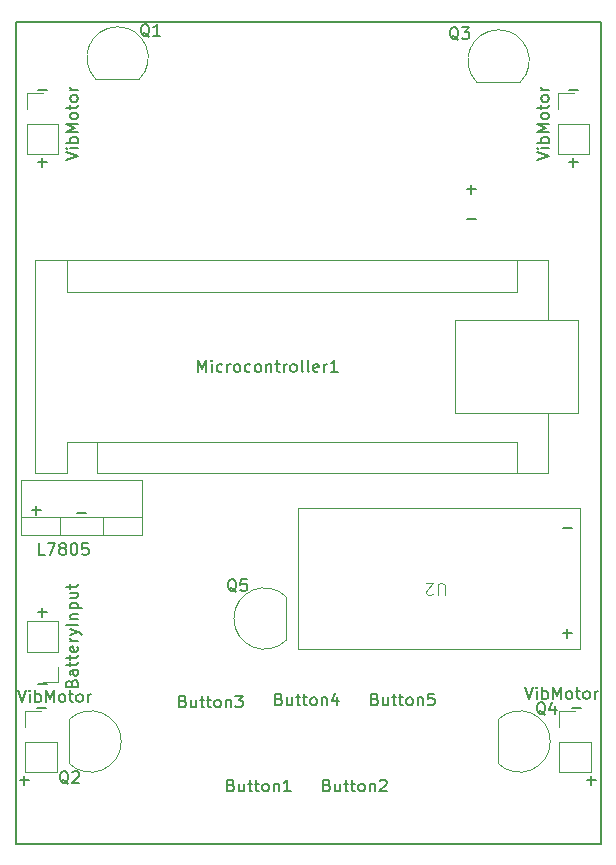
<source format=gbr>
%TF.GenerationSoftware,KiCad,Pcbnew,7.0.7*%
%TF.CreationDate,2025-03-26T10:17:06+05:30*%
%TF.ProjectId,VibAndHeat_Version1,56696241-6e64-4486-9561-745f56657273,rev?*%
%TF.SameCoordinates,Original*%
%TF.FileFunction,Legend,Top*%
%TF.FilePolarity,Positive*%
%FSLAX46Y46*%
G04 Gerber Fmt 4.6, Leading zero omitted, Abs format (unit mm)*
G04 Created by KiCad (PCBNEW 7.0.7) date 2025-03-26 10:17:06*
%MOMM*%
%LPD*%
G01*
G04 APERTURE LIST*
%ADD10C,0.150000*%
%ADD11C,0.100000*%
%ADD12C,0.120000*%
G04 APERTURE END LIST*
D10*
X114808000Y-64008000D02*
X164338000Y-64008000D01*
X164338000Y-133604000D01*
X114808000Y-133604000D01*
X114808000Y-64008000D01*
X161626779Y-69846866D02*
X162388684Y-69846866D01*
X152990779Y-80768866D02*
X153752684Y-80768866D01*
X161118779Y-106930866D02*
X161880684Y-106930866D01*
X161626779Y-75942866D02*
X162388684Y-75942866D01*
X162007731Y-76323819D02*
X162007731Y-75561914D01*
X116617779Y-122170866D02*
X117379684Y-122170866D01*
X119970779Y-105660866D02*
X120732684Y-105660866D01*
X115144779Y-128266866D02*
X115906684Y-128266866D01*
X115525731Y-128647819D02*
X115525731Y-127885914D01*
X116668779Y-120138866D02*
X117430684Y-120138866D01*
X163150779Y-128266866D02*
X163912684Y-128266866D01*
X163531731Y-128647819D02*
X163531731Y-127885914D01*
X116668779Y-69846866D02*
X117430684Y-69846866D01*
X116668779Y-114042866D02*
X117430684Y-114042866D01*
X117049731Y-114423819D02*
X117049731Y-113661914D01*
X161118779Y-115820866D02*
X161880684Y-115820866D01*
X161499731Y-116201819D02*
X161499731Y-115439914D01*
X116160779Y-105406866D02*
X116922684Y-105406866D01*
X116541731Y-105787819D02*
X116541731Y-105025914D01*
X116668779Y-75942866D02*
X117430684Y-75942866D01*
X117049731Y-76323819D02*
X117049731Y-75561914D01*
X161880779Y-122170866D02*
X162642684Y-122170866D01*
X152990779Y-78228866D02*
X153752684Y-78228866D01*
X153371731Y-78609819D02*
X153371731Y-77847914D01*
X119284761Y-128566057D02*
X119189523Y-128518438D01*
X119189523Y-128518438D02*
X119094285Y-128423200D01*
X119094285Y-128423200D02*
X118951428Y-128280342D01*
X118951428Y-128280342D02*
X118856190Y-128232723D01*
X118856190Y-128232723D02*
X118760952Y-128232723D01*
X118808571Y-128470819D02*
X118713333Y-128423200D01*
X118713333Y-128423200D02*
X118618095Y-128327961D01*
X118618095Y-128327961D02*
X118570476Y-128137485D01*
X118570476Y-128137485D02*
X118570476Y-127804152D01*
X118570476Y-127804152D02*
X118618095Y-127613676D01*
X118618095Y-127613676D02*
X118713333Y-127518438D01*
X118713333Y-127518438D02*
X118808571Y-127470819D01*
X118808571Y-127470819D02*
X118999047Y-127470819D01*
X118999047Y-127470819D02*
X119094285Y-127518438D01*
X119094285Y-127518438D02*
X119189523Y-127613676D01*
X119189523Y-127613676D02*
X119237142Y-127804152D01*
X119237142Y-127804152D02*
X119237142Y-128137485D01*
X119237142Y-128137485D02*
X119189523Y-128327961D01*
X119189523Y-128327961D02*
X119094285Y-128423200D01*
X119094285Y-128423200D02*
X118999047Y-128470819D01*
X118999047Y-128470819D02*
X118808571Y-128470819D01*
X119618095Y-127566057D02*
X119665714Y-127518438D01*
X119665714Y-127518438D02*
X119760952Y-127470819D01*
X119760952Y-127470819D02*
X119999047Y-127470819D01*
X119999047Y-127470819D02*
X120094285Y-127518438D01*
X120094285Y-127518438D02*
X120141904Y-127566057D01*
X120141904Y-127566057D02*
X120189523Y-127661295D01*
X120189523Y-127661295D02*
X120189523Y-127756533D01*
X120189523Y-127756533D02*
X120141904Y-127899390D01*
X120141904Y-127899390D02*
X119570476Y-128470819D01*
X119570476Y-128470819D02*
X120189523Y-128470819D01*
X158966819Y-75739237D02*
X159966819Y-75405904D01*
X159966819Y-75405904D02*
X158966819Y-75072571D01*
X159966819Y-74739237D02*
X159300152Y-74739237D01*
X158966819Y-74739237D02*
X159014438Y-74786856D01*
X159014438Y-74786856D02*
X159062057Y-74739237D01*
X159062057Y-74739237D02*
X159014438Y-74691618D01*
X159014438Y-74691618D02*
X158966819Y-74739237D01*
X158966819Y-74739237D02*
X159062057Y-74739237D01*
X159966819Y-74263047D02*
X158966819Y-74263047D01*
X159347771Y-74263047D02*
X159300152Y-74167809D01*
X159300152Y-74167809D02*
X159300152Y-73977333D01*
X159300152Y-73977333D02*
X159347771Y-73882095D01*
X159347771Y-73882095D02*
X159395390Y-73834476D01*
X159395390Y-73834476D02*
X159490628Y-73786857D01*
X159490628Y-73786857D02*
X159776342Y-73786857D01*
X159776342Y-73786857D02*
X159871580Y-73834476D01*
X159871580Y-73834476D02*
X159919200Y-73882095D01*
X159919200Y-73882095D02*
X159966819Y-73977333D01*
X159966819Y-73977333D02*
X159966819Y-74167809D01*
X159966819Y-74167809D02*
X159919200Y-74263047D01*
X159966819Y-73358285D02*
X158966819Y-73358285D01*
X158966819Y-73358285D02*
X159681104Y-73024952D01*
X159681104Y-73024952D02*
X158966819Y-72691619D01*
X158966819Y-72691619D02*
X159966819Y-72691619D01*
X159966819Y-72072571D02*
X159919200Y-72167809D01*
X159919200Y-72167809D02*
X159871580Y-72215428D01*
X159871580Y-72215428D02*
X159776342Y-72263047D01*
X159776342Y-72263047D02*
X159490628Y-72263047D01*
X159490628Y-72263047D02*
X159395390Y-72215428D01*
X159395390Y-72215428D02*
X159347771Y-72167809D01*
X159347771Y-72167809D02*
X159300152Y-72072571D01*
X159300152Y-72072571D02*
X159300152Y-71929714D01*
X159300152Y-71929714D02*
X159347771Y-71834476D01*
X159347771Y-71834476D02*
X159395390Y-71786857D01*
X159395390Y-71786857D02*
X159490628Y-71739238D01*
X159490628Y-71739238D02*
X159776342Y-71739238D01*
X159776342Y-71739238D02*
X159871580Y-71786857D01*
X159871580Y-71786857D02*
X159919200Y-71834476D01*
X159919200Y-71834476D02*
X159966819Y-71929714D01*
X159966819Y-71929714D02*
X159966819Y-72072571D01*
X159300152Y-71453523D02*
X159300152Y-71072571D01*
X158966819Y-71310666D02*
X159823961Y-71310666D01*
X159823961Y-71310666D02*
X159919200Y-71263047D01*
X159919200Y-71263047D02*
X159966819Y-71167809D01*
X159966819Y-71167809D02*
X159966819Y-71072571D01*
X159966819Y-70596380D02*
X159919200Y-70691618D01*
X159919200Y-70691618D02*
X159871580Y-70739237D01*
X159871580Y-70739237D02*
X159776342Y-70786856D01*
X159776342Y-70786856D02*
X159490628Y-70786856D01*
X159490628Y-70786856D02*
X159395390Y-70739237D01*
X159395390Y-70739237D02*
X159347771Y-70691618D01*
X159347771Y-70691618D02*
X159300152Y-70596380D01*
X159300152Y-70596380D02*
X159300152Y-70453523D01*
X159300152Y-70453523D02*
X159347771Y-70358285D01*
X159347771Y-70358285D02*
X159395390Y-70310666D01*
X159395390Y-70310666D02*
X159490628Y-70263047D01*
X159490628Y-70263047D02*
X159776342Y-70263047D01*
X159776342Y-70263047D02*
X159871580Y-70310666D01*
X159871580Y-70310666D02*
X159919200Y-70358285D01*
X159919200Y-70358285D02*
X159966819Y-70453523D01*
X159966819Y-70453523D02*
X159966819Y-70596380D01*
X159966819Y-69834475D02*
X159300152Y-69834475D01*
X159490628Y-69834475D02*
X159395390Y-69786856D01*
X159395390Y-69786856D02*
X159347771Y-69739237D01*
X159347771Y-69739237D02*
X159300152Y-69643999D01*
X159300152Y-69643999D02*
X159300152Y-69548761D01*
X130263046Y-93672819D02*
X130263046Y-92672819D01*
X130263046Y-92672819D02*
X130596379Y-93387104D01*
X130596379Y-93387104D02*
X130929712Y-92672819D01*
X130929712Y-92672819D02*
X130929712Y-93672819D01*
X131405903Y-93672819D02*
X131405903Y-93006152D01*
X131405903Y-92672819D02*
X131358284Y-92720438D01*
X131358284Y-92720438D02*
X131405903Y-92768057D01*
X131405903Y-92768057D02*
X131453522Y-92720438D01*
X131453522Y-92720438D02*
X131405903Y-92672819D01*
X131405903Y-92672819D02*
X131405903Y-92768057D01*
X132310664Y-93625200D02*
X132215426Y-93672819D01*
X132215426Y-93672819D02*
X132024950Y-93672819D01*
X132024950Y-93672819D02*
X131929712Y-93625200D01*
X131929712Y-93625200D02*
X131882093Y-93577580D01*
X131882093Y-93577580D02*
X131834474Y-93482342D01*
X131834474Y-93482342D02*
X131834474Y-93196628D01*
X131834474Y-93196628D02*
X131882093Y-93101390D01*
X131882093Y-93101390D02*
X131929712Y-93053771D01*
X131929712Y-93053771D02*
X132024950Y-93006152D01*
X132024950Y-93006152D02*
X132215426Y-93006152D01*
X132215426Y-93006152D02*
X132310664Y-93053771D01*
X132739236Y-93672819D02*
X132739236Y-93006152D01*
X132739236Y-93196628D02*
X132786855Y-93101390D01*
X132786855Y-93101390D02*
X132834474Y-93053771D01*
X132834474Y-93053771D02*
X132929712Y-93006152D01*
X132929712Y-93006152D02*
X133024950Y-93006152D01*
X133501141Y-93672819D02*
X133405903Y-93625200D01*
X133405903Y-93625200D02*
X133358284Y-93577580D01*
X133358284Y-93577580D02*
X133310665Y-93482342D01*
X133310665Y-93482342D02*
X133310665Y-93196628D01*
X133310665Y-93196628D02*
X133358284Y-93101390D01*
X133358284Y-93101390D02*
X133405903Y-93053771D01*
X133405903Y-93053771D02*
X133501141Y-93006152D01*
X133501141Y-93006152D02*
X133643998Y-93006152D01*
X133643998Y-93006152D02*
X133739236Y-93053771D01*
X133739236Y-93053771D02*
X133786855Y-93101390D01*
X133786855Y-93101390D02*
X133834474Y-93196628D01*
X133834474Y-93196628D02*
X133834474Y-93482342D01*
X133834474Y-93482342D02*
X133786855Y-93577580D01*
X133786855Y-93577580D02*
X133739236Y-93625200D01*
X133739236Y-93625200D02*
X133643998Y-93672819D01*
X133643998Y-93672819D02*
X133501141Y-93672819D01*
X134691617Y-93625200D02*
X134596379Y-93672819D01*
X134596379Y-93672819D02*
X134405903Y-93672819D01*
X134405903Y-93672819D02*
X134310665Y-93625200D01*
X134310665Y-93625200D02*
X134263046Y-93577580D01*
X134263046Y-93577580D02*
X134215427Y-93482342D01*
X134215427Y-93482342D02*
X134215427Y-93196628D01*
X134215427Y-93196628D02*
X134263046Y-93101390D01*
X134263046Y-93101390D02*
X134310665Y-93053771D01*
X134310665Y-93053771D02*
X134405903Y-93006152D01*
X134405903Y-93006152D02*
X134596379Y-93006152D01*
X134596379Y-93006152D02*
X134691617Y-93053771D01*
X135263046Y-93672819D02*
X135167808Y-93625200D01*
X135167808Y-93625200D02*
X135120189Y-93577580D01*
X135120189Y-93577580D02*
X135072570Y-93482342D01*
X135072570Y-93482342D02*
X135072570Y-93196628D01*
X135072570Y-93196628D02*
X135120189Y-93101390D01*
X135120189Y-93101390D02*
X135167808Y-93053771D01*
X135167808Y-93053771D02*
X135263046Y-93006152D01*
X135263046Y-93006152D02*
X135405903Y-93006152D01*
X135405903Y-93006152D02*
X135501141Y-93053771D01*
X135501141Y-93053771D02*
X135548760Y-93101390D01*
X135548760Y-93101390D02*
X135596379Y-93196628D01*
X135596379Y-93196628D02*
X135596379Y-93482342D01*
X135596379Y-93482342D02*
X135548760Y-93577580D01*
X135548760Y-93577580D02*
X135501141Y-93625200D01*
X135501141Y-93625200D02*
X135405903Y-93672819D01*
X135405903Y-93672819D02*
X135263046Y-93672819D01*
X136024951Y-93006152D02*
X136024951Y-93672819D01*
X136024951Y-93101390D02*
X136072570Y-93053771D01*
X136072570Y-93053771D02*
X136167808Y-93006152D01*
X136167808Y-93006152D02*
X136310665Y-93006152D01*
X136310665Y-93006152D02*
X136405903Y-93053771D01*
X136405903Y-93053771D02*
X136453522Y-93149009D01*
X136453522Y-93149009D02*
X136453522Y-93672819D01*
X136786856Y-93006152D02*
X137167808Y-93006152D01*
X136929713Y-92672819D02*
X136929713Y-93529961D01*
X136929713Y-93529961D02*
X136977332Y-93625200D01*
X136977332Y-93625200D02*
X137072570Y-93672819D01*
X137072570Y-93672819D02*
X137167808Y-93672819D01*
X137501142Y-93672819D02*
X137501142Y-93006152D01*
X137501142Y-93196628D02*
X137548761Y-93101390D01*
X137548761Y-93101390D02*
X137596380Y-93053771D01*
X137596380Y-93053771D02*
X137691618Y-93006152D01*
X137691618Y-93006152D02*
X137786856Y-93006152D01*
X138263047Y-93672819D02*
X138167809Y-93625200D01*
X138167809Y-93625200D02*
X138120190Y-93577580D01*
X138120190Y-93577580D02*
X138072571Y-93482342D01*
X138072571Y-93482342D02*
X138072571Y-93196628D01*
X138072571Y-93196628D02*
X138120190Y-93101390D01*
X138120190Y-93101390D02*
X138167809Y-93053771D01*
X138167809Y-93053771D02*
X138263047Y-93006152D01*
X138263047Y-93006152D02*
X138405904Y-93006152D01*
X138405904Y-93006152D02*
X138501142Y-93053771D01*
X138501142Y-93053771D02*
X138548761Y-93101390D01*
X138548761Y-93101390D02*
X138596380Y-93196628D01*
X138596380Y-93196628D02*
X138596380Y-93482342D01*
X138596380Y-93482342D02*
X138548761Y-93577580D01*
X138548761Y-93577580D02*
X138501142Y-93625200D01*
X138501142Y-93625200D02*
X138405904Y-93672819D01*
X138405904Y-93672819D02*
X138263047Y-93672819D01*
X139167809Y-93672819D02*
X139072571Y-93625200D01*
X139072571Y-93625200D02*
X139024952Y-93529961D01*
X139024952Y-93529961D02*
X139024952Y-92672819D01*
X139691619Y-93672819D02*
X139596381Y-93625200D01*
X139596381Y-93625200D02*
X139548762Y-93529961D01*
X139548762Y-93529961D02*
X139548762Y-92672819D01*
X140453524Y-93625200D02*
X140358286Y-93672819D01*
X140358286Y-93672819D02*
X140167810Y-93672819D01*
X140167810Y-93672819D02*
X140072572Y-93625200D01*
X140072572Y-93625200D02*
X140024953Y-93529961D01*
X140024953Y-93529961D02*
X140024953Y-93149009D01*
X140024953Y-93149009D02*
X140072572Y-93053771D01*
X140072572Y-93053771D02*
X140167810Y-93006152D01*
X140167810Y-93006152D02*
X140358286Y-93006152D01*
X140358286Y-93006152D02*
X140453524Y-93053771D01*
X140453524Y-93053771D02*
X140501143Y-93149009D01*
X140501143Y-93149009D02*
X140501143Y-93244247D01*
X140501143Y-93244247D02*
X140024953Y-93339485D01*
X140929715Y-93672819D02*
X140929715Y-93006152D01*
X140929715Y-93196628D02*
X140977334Y-93101390D01*
X140977334Y-93101390D02*
X141024953Y-93053771D01*
X141024953Y-93053771D02*
X141120191Y-93006152D01*
X141120191Y-93006152D02*
X141215429Y-93006152D01*
X142072572Y-93672819D02*
X141501144Y-93672819D01*
X141786858Y-93672819D02*
X141786858Y-92672819D01*
X141786858Y-92672819D02*
X141691620Y-92815676D01*
X141691620Y-92815676D02*
X141596382Y-92910914D01*
X141596382Y-92910914D02*
X141501144Y-92958533D01*
X119088819Y-75739237D02*
X120088819Y-75405904D01*
X120088819Y-75405904D02*
X119088819Y-75072571D01*
X120088819Y-74739237D02*
X119422152Y-74739237D01*
X119088819Y-74739237D02*
X119136438Y-74786856D01*
X119136438Y-74786856D02*
X119184057Y-74739237D01*
X119184057Y-74739237D02*
X119136438Y-74691618D01*
X119136438Y-74691618D02*
X119088819Y-74739237D01*
X119088819Y-74739237D02*
X119184057Y-74739237D01*
X120088819Y-74263047D02*
X119088819Y-74263047D01*
X119469771Y-74263047D02*
X119422152Y-74167809D01*
X119422152Y-74167809D02*
X119422152Y-73977333D01*
X119422152Y-73977333D02*
X119469771Y-73882095D01*
X119469771Y-73882095D02*
X119517390Y-73834476D01*
X119517390Y-73834476D02*
X119612628Y-73786857D01*
X119612628Y-73786857D02*
X119898342Y-73786857D01*
X119898342Y-73786857D02*
X119993580Y-73834476D01*
X119993580Y-73834476D02*
X120041200Y-73882095D01*
X120041200Y-73882095D02*
X120088819Y-73977333D01*
X120088819Y-73977333D02*
X120088819Y-74167809D01*
X120088819Y-74167809D02*
X120041200Y-74263047D01*
X120088819Y-73358285D02*
X119088819Y-73358285D01*
X119088819Y-73358285D02*
X119803104Y-73024952D01*
X119803104Y-73024952D02*
X119088819Y-72691619D01*
X119088819Y-72691619D02*
X120088819Y-72691619D01*
X120088819Y-72072571D02*
X120041200Y-72167809D01*
X120041200Y-72167809D02*
X119993580Y-72215428D01*
X119993580Y-72215428D02*
X119898342Y-72263047D01*
X119898342Y-72263047D02*
X119612628Y-72263047D01*
X119612628Y-72263047D02*
X119517390Y-72215428D01*
X119517390Y-72215428D02*
X119469771Y-72167809D01*
X119469771Y-72167809D02*
X119422152Y-72072571D01*
X119422152Y-72072571D02*
X119422152Y-71929714D01*
X119422152Y-71929714D02*
X119469771Y-71834476D01*
X119469771Y-71834476D02*
X119517390Y-71786857D01*
X119517390Y-71786857D02*
X119612628Y-71739238D01*
X119612628Y-71739238D02*
X119898342Y-71739238D01*
X119898342Y-71739238D02*
X119993580Y-71786857D01*
X119993580Y-71786857D02*
X120041200Y-71834476D01*
X120041200Y-71834476D02*
X120088819Y-71929714D01*
X120088819Y-71929714D02*
X120088819Y-72072571D01*
X119422152Y-71453523D02*
X119422152Y-71072571D01*
X119088819Y-71310666D02*
X119945961Y-71310666D01*
X119945961Y-71310666D02*
X120041200Y-71263047D01*
X120041200Y-71263047D02*
X120088819Y-71167809D01*
X120088819Y-71167809D02*
X120088819Y-71072571D01*
X120088819Y-70596380D02*
X120041200Y-70691618D01*
X120041200Y-70691618D02*
X119993580Y-70739237D01*
X119993580Y-70739237D02*
X119898342Y-70786856D01*
X119898342Y-70786856D02*
X119612628Y-70786856D01*
X119612628Y-70786856D02*
X119517390Y-70739237D01*
X119517390Y-70739237D02*
X119469771Y-70691618D01*
X119469771Y-70691618D02*
X119422152Y-70596380D01*
X119422152Y-70596380D02*
X119422152Y-70453523D01*
X119422152Y-70453523D02*
X119469771Y-70358285D01*
X119469771Y-70358285D02*
X119517390Y-70310666D01*
X119517390Y-70310666D02*
X119612628Y-70263047D01*
X119612628Y-70263047D02*
X119898342Y-70263047D01*
X119898342Y-70263047D02*
X119993580Y-70310666D01*
X119993580Y-70310666D02*
X120041200Y-70358285D01*
X120041200Y-70358285D02*
X120088819Y-70453523D01*
X120088819Y-70453523D02*
X120088819Y-70596380D01*
X120088819Y-69834475D02*
X119422152Y-69834475D01*
X119612628Y-69834475D02*
X119517390Y-69786856D01*
X119517390Y-69786856D02*
X119469771Y-69739237D01*
X119469771Y-69739237D02*
X119422152Y-69643999D01*
X119422152Y-69643999D02*
X119422152Y-69548761D01*
X126142761Y-65320057D02*
X126047523Y-65272438D01*
X126047523Y-65272438D02*
X125952285Y-65177200D01*
X125952285Y-65177200D02*
X125809428Y-65034342D01*
X125809428Y-65034342D02*
X125714190Y-64986723D01*
X125714190Y-64986723D02*
X125618952Y-64986723D01*
X125666571Y-65224819D02*
X125571333Y-65177200D01*
X125571333Y-65177200D02*
X125476095Y-65081961D01*
X125476095Y-65081961D02*
X125428476Y-64891485D01*
X125428476Y-64891485D02*
X125428476Y-64558152D01*
X125428476Y-64558152D02*
X125476095Y-64367676D01*
X125476095Y-64367676D02*
X125571333Y-64272438D01*
X125571333Y-64272438D02*
X125666571Y-64224819D01*
X125666571Y-64224819D02*
X125857047Y-64224819D01*
X125857047Y-64224819D02*
X125952285Y-64272438D01*
X125952285Y-64272438D02*
X126047523Y-64367676D01*
X126047523Y-64367676D02*
X126095142Y-64558152D01*
X126095142Y-64558152D02*
X126095142Y-64891485D01*
X126095142Y-64891485D02*
X126047523Y-65081961D01*
X126047523Y-65081961D02*
X125952285Y-65177200D01*
X125952285Y-65177200D02*
X125857047Y-65224819D01*
X125857047Y-65224819D02*
X125666571Y-65224819D01*
X127047523Y-65224819D02*
X126476095Y-65224819D01*
X126761809Y-65224819D02*
X126761809Y-64224819D01*
X126761809Y-64224819D02*
X126666571Y-64367676D01*
X126666571Y-64367676D02*
X126571333Y-64462914D01*
X126571333Y-64462914D02*
X126476095Y-64510533D01*
X119565009Y-120030381D02*
X119612628Y-119887524D01*
X119612628Y-119887524D02*
X119660247Y-119839905D01*
X119660247Y-119839905D02*
X119755485Y-119792286D01*
X119755485Y-119792286D02*
X119898342Y-119792286D01*
X119898342Y-119792286D02*
X119993580Y-119839905D01*
X119993580Y-119839905D02*
X120041200Y-119887524D01*
X120041200Y-119887524D02*
X120088819Y-119982762D01*
X120088819Y-119982762D02*
X120088819Y-120363714D01*
X120088819Y-120363714D02*
X119088819Y-120363714D01*
X119088819Y-120363714D02*
X119088819Y-120030381D01*
X119088819Y-120030381D02*
X119136438Y-119935143D01*
X119136438Y-119935143D02*
X119184057Y-119887524D01*
X119184057Y-119887524D02*
X119279295Y-119839905D01*
X119279295Y-119839905D02*
X119374533Y-119839905D01*
X119374533Y-119839905D02*
X119469771Y-119887524D01*
X119469771Y-119887524D02*
X119517390Y-119935143D01*
X119517390Y-119935143D02*
X119565009Y-120030381D01*
X119565009Y-120030381D02*
X119565009Y-120363714D01*
X120088819Y-118935143D02*
X119565009Y-118935143D01*
X119565009Y-118935143D02*
X119469771Y-118982762D01*
X119469771Y-118982762D02*
X119422152Y-119078000D01*
X119422152Y-119078000D02*
X119422152Y-119268476D01*
X119422152Y-119268476D02*
X119469771Y-119363714D01*
X120041200Y-118935143D02*
X120088819Y-119030381D01*
X120088819Y-119030381D02*
X120088819Y-119268476D01*
X120088819Y-119268476D02*
X120041200Y-119363714D01*
X120041200Y-119363714D02*
X119945961Y-119411333D01*
X119945961Y-119411333D02*
X119850723Y-119411333D01*
X119850723Y-119411333D02*
X119755485Y-119363714D01*
X119755485Y-119363714D02*
X119707866Y-119268476D01*
X119707866Y-119268476D02*
X119707866Y-119030381D01*
X119707866Y-119030381D02*
X119660247Y-118935143D01*
X119422152Y-118601809D02*
X119422152Y-118220857D01*
X119088819Y-118458952D02*
X119945961Y-118458952D01*
X119945961Y-118458952D02*
X120041200Y-118411333D01*
X120041200Y-118411333D02*
X120088819Y-118316095D01*
X120088819Y-118316095D02*
X120088819Y-118220857D01*
X119422152Y-118030380D02*
X119422152Y-117649428D01*
X119088819Y-117887523D02*
X119945961Y-117887523D01*
X119945961Y-117887523D02*
X120041200Y-117839904D01*
X120041200Y-117839904D02*
X120088819Y-117744666D01*
X120088819Y-117744666D02*
X120088819Y-117649428D01*
X120041200Y-116935142D02*
X120088819Y-117030380D01*
X120088819Y-117030380D02*
X120088819Y-117220856D01*
X120088819Y-117220856D02*
X120041200Y-117316094D01*
X120041200Y-117316094D02*
X119945961Y-117363713D01*
X119945961Y-117363713D02*
X119565009Y-117363713D01*
X119565009Y-117363713D02*
X119469771Y-117316094D01*
X119469771Y-117316094D02*
X119422152Y-117220856D01*
X119422152Y-117220856D02*
X119422152Y-117030380D01*
X119422152Y-117030380D02*
X119469771Y-116935142D01*
X119469771Y-116935142D02*
X119565009Y-116887523D01*
X119565009Y-116887523D02*
X119660247Y-116887523D01*
X119660247Y-116887523D02*
X119755485Y-117363713D01*
X120088819Y-116458951D02*
X119422152Y-116458951D01*
X119612628Y-116458951D02*
X119517390Y-116411332D01*
X119517390Y-116411332D02*
X119469771Y-116363713D01*
X119469771Y-116363713D02*
X119422152Y-116268475D01*
X119422152Y-116268475D02*
X119422152Y-116173237D01*
X119422152Y-115935141D02*
X120088819Y-115697046D01*
X119422152Y-115458951D02*
X120088819Y-115697046D01*
X120088819Y-115697046D02*
X120326914Y-115792284D01*
X120326914Y-115792284D02*
X120374533Y-115839903D01*
X120374533Y-115839903D02*
X120422152Y-115935141D01*
X120088819Y-115077998D02*
X119088819Y-115077998D01*
X119422152Y-114601808D02*
X120088819Y-114601808D01*
X119517390Y-114601808D02*
X119469771Y-114554189D01*
X119469771Y-114554189D02*
X119422152Y-114458951D01*
X119422152Y-114458951D02*
X119422152Y-114316094D01*
X119422152Y-114316094D02*
X119469771Y-114220856D01*
X119469771Y-114220856D02*
X119565009Y-114173237D01*
X119565009Y-114173237D02*
X120088819Y-114173237D01*
X119422152Y-113697046D02*
X120422152Y-113697046D01*
X119469771Y-113697046D02*
X119422152Y-113601808D01*
X119422152Y-113601808D02*
X119422152Y-113411332D01*
X119422152Y-113411332D02*
X119469771Y-113316094D01*
X119469771Y-113316094D02*
X119517390Y-113268475D01*
X119517390Y-113268475D02*
X119612628Y-113220856D01*
X119612628Y-113220856D02*
X119898342Y-113220856D01*
X119898342Y-113220856D02*
X119993580Y-113268475D01*
X119993580Y-113268475D02*
X120041200Y-113316094D01*
X120041200Y-113316094D02*
X120088819Y-113411332D01*
X120088819Y-113411332D02*
X120088819Y-113601808D01*
X120088819Y-113601808D02*
X120041200Y-113697046D01*
X119422152Y-112363713D02*
X120088819Y-112363713D01*
X119422152Y-112792284D02*
X119945961Y-112792284D01*
X119945961Y-112792284D02*
X120041200Y-112744665D01*
X120041200Y-112744665D02*
X120088819Y-112649427D01*
X120088819Y-112649427D02*
X120088819Y-112506570D01*
X120088819Y-112506570D02*
X120041200Y-112411332D01*
X120041200Y-112411332D02*
X119993580Y-112363713D01*
X119422152Y-112030379D02*
X119422152Y-111649427D01*
X119088819Y-111887522D02*
X119945961Y-111887522D01*
X119945961Y-111887522D02*
X120041200Y-111839903D01*
X120041200Y-111839903D02*
X120088819Y-111744665D01*
X120088819Y-111744665D02*
X120088819Y-111649427D01*
X133508761Y-112310057D02*
X133413523Y-112262438D01*
X133413523Y-112262438D02*
X133318285Y-112167200D01*
X133318285Y-112167200D02*
X133175428Y-112024342D01*
X133175428Y-112024342D02*
X133080190Y-111976723D01*
X133080190Y-111976723D02*
X132984952Y-111976723D01*
X133032571Y-112214819D02*
X132937333Y-112167200D01*
X132937333Y-112167200D02*
X132842095Y-112071961D01*
X132842095Y-112071961D02*
X132794476Y-111881485D01*
X132794476Y-111881485D02*
X132794476Y-111548152D01*
X132794476Y-111548152D02*
X132842095Y-111357676D01*
X132842095Y-111357676D02*
X132937333Y-111262438D01*
X132937333Y-111262438D02*
X133032571Y-111214819D01*
X133032571Y-111214819D02*
X133223047Y-111214819D01*
X133223047Y-111214819D02*
X133318285Y-111262438D01*
X133318285Y-111262438D02*
X133413523Y-111357676D01*
X133413523Y-111357676D02*
X133461142Y-111548152D01*
X133461142Y-111548152D02*
X133461142Y-111881485D01*
X133461142Y-111881485D02*
X133413523Y-112071961D01*
X133413523Y-112071961D02*
X133318285Y-112167200D01*
X133318285Y-112167200D02*
X133223047Y-112214819D01*
X133223047Y-112214819D02*
X133032571Y-112214819D01*
X134365904Y-111214819D02*
X133889714Y-111214819D01*
X133889714Y-111214819D02*
X133842095Y-111691009D01*
X133842095Y-111691009D02*
X133889714Y-111643390D01*
X133889714Y-111643390D02*
X133984952Y-111595771D01*
X133984952Y-111595771D02*
X134223047Y-111595771D01*
X134223047Y-111595771D02*
X134318285Y-111643390D01*
X134318285Y-111643390D02*
X134365904Y-111691009D01*
X134365904Y-111691009D02*
X134413523Y-111786247D01*
X134413523Y-111786247D02*
X134413523Y-112024342D01*
X134413523Y-112024342D02*
X134365904Y-112119580D01*
X134365904Y-112119580D02*
X134318285Y-112167200D01*
X134318285Y-112167200D02*
X134223047Y-112214819D01*
X134223047Y-112214819D02*
X133984952Y-112214819D01*
X133984952Y-112214819D02*
X133889714Y-112167200D01*
X133889714Y-112167200D02*
X133842095Y-112119580D01*
X152304761Y-65574057D02*
X152209523Y-65526438D01*
X152209523Y-65526438D02*
X152114285Y-65431200D01*
X152114285Y-65431200D02*
X151971428Y-65288342D01*
X151971428Y-65288342D02*
X151876190Y-65240723D01*
X151876190Y-65240723D02*
X151780952Y-65240723D01*
X151828571Y-65478819D02*
X151733333Y-65431200D01*
X151733333Y-65431200D02*
X151638095Y-65335961D01*
X151638095Y-65335961D02*
X151590476Y-65145485D01*
X151590476Y-65145485D02*
X151590476Y-64812152D01*
X151590476Y-64812152D02*
X151638095Y-64621676D01*
X151638095Y-64621676D02*
X151733333Y-64526438D01*
X151733333Y-64526438D02*
X151828571Y-64478819D01*
X151828571Y-64478819D02*
X152019047Y-64478819D01*
X152019047Y-64478819D02*
X152114285Y-64526438D01*
X152114285Y-64526438D02*
X152209523Y-64621676D01*
X152209523Y-64621676D02*
X152257142Y-64812152D01*
X152257142Y-64812152D02*
X152257142Y-65145485D01*
X152257142Y-65145485D02*
X152209523Y-65335961D01*
X152209523Y-65335961D02*
X152114285Y-65431200D01*
X152114285Y-65431200D02*
X152019047Y-65478819D01*
X152019047Y-65478819D02*
X151828571Y-65478819D01*
X152590476Y-64478819D02*
X153209523Y-64478819D01*
X153209523Y-64478819D02*
X152876190Y-64859771D01*
X152876190Y-64859771D02*
X153019047Y-64859771D01*
X153019047Y-64859771D02*
X153114285Y-64907390D01*
X153114285Y-64907390D02*
X153161904Y-64955009D01*
X153161904Y-64955009D02*
X153209523Y-65050247D01*
X153209523Y-65050247D02*
X153209523Y-65288342D01*
X153209523Y-65288342D02*
X153161904Y-65383580D01*
X153161904Y-65383580D02*
X153114285Y-65431200D01*
X153114285Y-65431200D02*
X153019047Y-65478819D01*
X153019047Y-65478819D02*
X152733333Y-65478819D01*
X152733333Y-65478819D02*
X152638095Y-65431200D01*
X152638095Y-65431200D02*
X152590476Y-65383580D01*
X117276761Y-109166819D02*
X116800571Y-109166819D01*
X116800571Y-109166819D02*
X116800571Y-108166819D01*
X117514857Y-108166819D02*
X118181523Y-108166819D01*
X118181523Y-108166819D02*
X117752952Y-109166819D01*
X118705333Y-108595390D02*
X118610095Y-108547771D01*
X118610095Y-108547771D02*
X118562476Y-108500152D01*
X118562476Y-108500152D02*
X118514857Y-108404914D01*
X118514857Y-108404914D02*
X118514857Y-108357295D01*
X118514857Y-108357295D02*
X118562476Y-108262057D01*
X118562476Y-108262057D02*
X118610095Y-108214438D01*
X118610095Y-108214438D02*
X118705333Y-108166819D01*
X118705333Y-108166819D02*
X118895809Y-108166819D01*
X118895809Y-108166819D02*
X118991047Y-108214438D01*
X118991047Y-108214438D02*
X119038666Y-108262057D01*
X119038666Y-108262057D02*
X119086285Y-108357295D01*
X119086285Y-108357295D02*
X119086285Y-108404914D01*
X119086285Y-108404914D02*
X119038666Y-108500152D01*
X119038666Y-108500152D02*
X118991047Y-108547771D01*
X118991047Y-108547771D02*
X118895809Y-108595390D01*
X118895809Y-108595390D02*
X118705333Y-108595390D01*
X118705333Y-108595390D02*
X118610095Y-108643009D01*
X118610095Y-108643009D02*
X118562476Y-108690628D01*
X118562476Y-108690628D02*
X118514857Y-108785866D01*
X118514857Y-108785866D02*
X118514857Y-108976342D01*
X118514857Y-108976342D02*
X118562476Y-109071580D01*
X118562476Y-109071580D02*
X118610095Y-109119200D01*
X118610095Y-109119200D02*
X118705333Y-109166819D01*
X118705333Y-109166819D02*
X118895809Y-109166819D01*
X118895809Y-109166819D02*
X118991047Y-109119200D01*
X118991047Y-109119200D02*
X119038666Y-109071580D01*
X119038666Y-109071580D02*
X119086285Y-108976342D01*
X119086285Y-108976342D02*
X119086285Y-108785866D01*
X119086285Y-108785866D02*
X119038666Y-108690628D01*
X119038666Y-108690628D02*
X118991047Y-108643009D01*
X118991047Y-108643009D02*
X118895809Y-108595390D01*
X119705333Y-108166819D02*
X119800571Y-108166819D01*
X119800571Y-108166819D02*
X119895809Y-108214438D01*
X119895809Y-108214438D02*
X119943428Y-108262057D01*
X119943428Y-108262057D02*
X119991047Y-108357295D01*
X119991047Y-108357295D02*
X120038666Y-108547771D01*
X120038666Y-108547771D02*
X120038666Y-108785866D01*
X120038666Y-108785866D02*
X119991047Y-108976342D01*
X119991047Y-108976342D02*
X119943428Y-109071580D01*
X119943428Y-109071580D02*
X119895809Y-109119200D01*
X119895809Y-109119200D02*
X119800571Y-109166819D01*
X119800571Y-109166819D02*
X119705333Y-109166819D01*
X119705333Y-109166819D02*
X119610095Y-109119200D01*
X119610095Y-109119200D02*
X119562476Y-109071580D01*
X119562476Y-109071580D02*
X119514857Y-108976342D01*
X119514857Y-108976342D02*
X119467238Y-108785866D01*
X119467238Y-108785866D02*
X119467238Y-108547771D01*
X119467238Y-108547771D02*
X119514857Y-108357295D01*
X119514857Y-108357295D02*
X119562476Y-108262057D01*
X119562476Y-108262057D02*
X119610095Y-108214438D01*
X119610095Y-108214438D02*
X119705333Y-108166819D01*
X120943428Y-108166819D02*
X120467238Y-108166819D01*
X120467238Y-108166819D02*
X120419619Y-108643009D01*
X120419619Y-108643009D02*
X120467238Y-108595390D01*
X120467238Y-108595390D02*
X120562476Y-108547771D01*
X120562476Y-108547771D02*
X120800571Y-108547771D01*
X120800571Y-108547771D02*
X120895809Y-108595390D01*
X120895809Y-108595390D02*
X120943428Y-108643009D01*
X120943428Y-108643009D02*
X120991047Y-108738247D01*
X120991047Y-108738247D02*
X120991047Y-108976342D01*
X120991047Y-108976342D02*
X120943428Y-109071580D01*
X120943428Y-109071580D02*
X120895809Y-109119200D01*
X120895809Y-109119200D02*
X120800571Y-109166819D01*
X120800571Y-109166819D02*
X120562476Y-109166819D01*
X120562476Y-109166819D02*
X120467238Y-109119200D01*
X120467238Y-109119200D02*
X120419619Y-109071580D01*
D11*
X151129904Y-112556580D02*
X151129904Y-111747057D01*
X151129904Y-111747057D02*
X151082285Y-111651819D01*
X151082285Y-111651819D02*
X151034666Y-111604200D01*
X151034666Y-111604200D02*
X150939428Y-111556580D01*
X150939428Y-111556580D02*
X150748952Y-111556580D01*
X150748952Y-111556580D02*
X150653714Y-111604200D01*
X150653714Y-111604200D02*
X150606095Y-111651819D01*
X150606095Y-111651819D02*
X150558476Y-111747057D01*
X150558476Y-111747057D02*
X150558476Y-112556580D01*
X150129904Y-112461342D02*
X150082285Y-112508961D01*
X150082285Y-112508961D02*
X149987047Y-112556580D01*
X149987047Y-112556580D02*
X149748952Y-112556580D01*
X149748952Y-112556580D02*
X149653714Y-112508961D01*
X149653714Y-112508961D02*
X149606095Y-112461342D01*
X149606095Y-112461342D02*
X149558476Y-112366104D01*
X149558476Y-112366104D02*
X149558476Y-112270866D01*
X149558476Y-112270866D02*
X149606095Y-112128009D01*
X149606095Y-112128009D02*
X150177523Y-111556580D01*
X150177523Y-111556580D02*
X149558476Y-111556580D01*
D10*
X157940762Y-120358819D02*
X158274095Y-121358819D01*
X158274095Y-121358819D02*
X158607428Y-120358819D01*
X158940762Y-121358819D02*
X158940762Y-120692152D01*
X158940762Y-120358819D02*
X158893143Y-120406438D01*
X158893143Y-120406438D02*
X158940762Y-120454057D01*
X158940762Y-120454057D02*
X158988381Y-120406438D01*
X158988381Y-120406438D02*
X158940762Y-120358819D01*
X158940762Y-120358819D02*
X158940762Y-120454057D01*
X159416952Y-121358819D02*
X159416952Y-120358819D01*
X159416952Y-120739771D02*
X159512190Y-120692152D01*
X159512190Y-120692152D02*
X159702666Y-120692152D01*
X159702666Y-120692152D02*
X159797904Y-120739771D01*
X159797904Y-120739771D02*
X159845523Y-120787390D01*
X159845523Y-120787390D02*
X159893142Y-120882628D01*
X159893142Y-120882628D02*
X159893142Y-121168342D01*
X159893142Y-121168342D02*
X159845523Y-121263580D01*
X159845523Y-121263580D02*
X159797904Y-121311200D01*
X159797904Y-121311200D02*
X159702666Y-121358819D01*
X159702666Y-121358819D02*
X159512190Y-121358819D01*
X159512190Y-121358819D02*
X159416952Y-121311200D01*
X160321714Y-121358819D02*
X160321714Y-120358819D01*
X160321714Y-120358819D02*
X160655047Y-121073104D01*
X160655047Y-121073104D02*
X160988380Y-120358819D01*
X160988380Y-120358819D02*
X160988380Y-121358819D01*
X161607428Y-121358819D02*
X161512190Y-121311200D01*
X161512190Y-121311200D02*
X161464571Y-121263580D01*
X161464571Y-121263580D02*
X161416952Y-121168342D01*
X161416952Y-121168342D02*
X161416952Y-120882628D01*
X161416952Y-120882628D02*
X161464571Y-120787390D01*
X161464571Y-120787390D02*
X161512190Y-120739771D01*
X161512190Y-120739771D02*
X161607428Y-120692152D01*
X161607428Y-120692152D02*
X161750285Y-120692152D01*
X161750285Y-120692152D02*
X161845523Y-120739771D01*
X161845523Y-120739771D02*
X161893142Y-120787390D01*
X161893142Y-120787390D02*
X161940761Y-120882628D01*
X161940761Y-120882628D02*
X161940761Y-121168342D01*
X161940761Y-121168342D02*
X161893142Y-121263580D01*
X161893142Y-121263580D02*
X161845523Y-121311200D01*
X161845523Y-121311200D02*
X161750285Y-121358819D01*
X161750285Y-121358819D02*
X161607428Y-121358819D01*
X162226476Y-120692152D02*
X162607428Y-120692152D01*
X162369333Y-120358819D02*
X162369333Y-121215961D01*
X162369333Y-121215961D02*
X162416952Y-121311200D01*
X162416952Y-121311200D02*
X162512190Y-121358819D01*
X162512190Y-121358819D02*
X162607428Y-121358819D01*
X163083619Y-121358819D02*
X162988381Y-121311200D01*
X162988381Y-121311200D02*
X162940762Y-121263580D01*
X162940762Y-121263580D02*
X162893143Y-121168342D01*
X162893143Y-121168342D02*
X162893143Y-120882628D01*
X162893143Y-120882628D02*
X162940762Y-120787390D01*
X162940762Y-120787390D02*
X162988381Y-120739771D01*
X162988381Y-120739771D02*
X163083619Y-120692152D01*
X163083619Y-120692152D02*
X163226476Y-120692152D01*
X163226476Y-120692152D02*
X163321714Y-120739771D01*
X163321714Y-120739771D02*
X163369333Y-120787390D01*
X163369333Y-120787390D02*
X163416952Y-120882628D01*
X163416952Y-120882628D02*
X163416952Y-121168342D01*
X163416952Y-121168342D02*
X163369333Y-121263580D01*
X163369333Y-121263580D02*
X163321714Y-121311200D01*
X163321714Y-121311200D02*
X163226476Y-121358819D01*
X163226476Y-121358819D02*
X163083619Y-121358819D01*
X163845524Y-121358819D02*
X163845524Y-120692152D01*
X163845524Y-120882628D02*
X163893143Y-120787390D01*
X163893143Y-120787390D02*
X163940762Y-120739771D01*
X163940762Y-120739771D02*
X164036000Y-120692152D01*
X164036000Y-120692152D02*
X164131238Y-120692152D01*
X115014762Y-120612819D02*
X115348095Y-121612819D01*
X115348095Y-121612819D02*
X115681428Y-120612819D01*
X116014762Y-121612819D02*
X116014762Y-120946152D01*
X116014762Y-120612819D02*
X115967143Y-120660438D01*
X115967143Y-120660438D02*
X116014762Y-120708057D01*
X116014762Y-120708057D02*
X116062381Y-120660438D01*
X116062381Y-120660438D02*
X116014762Y-120612819D01*
X116014762Y-120612819D02*
X116014762Y-120708057D01*
X116490952Y-121612819D02*
X116490952Y-120612819D01*
X116490952Y-120993771D02*
X116586190Y-120946152D01*
X116586190Y-120946152D02*
X116776666Y-120946152D01*
X116776666Y-120946152D02*
X116871904Y-120993771D01*
X116871904Y-120993771D02*
X116919523Y-121041390D01*
X116919523Y-121041390D02*
X116967142Y-121136628D01*
X116967142Y-121136628D02*
X116967142Y-121422342D01*
X116967142Y-121422342D02*
X116919523Y-121517580D01*
X116919523Y-121517580D02*
X116871904Y-121565200D01*
X116871904Y-121565200D02*
X116776666Y-121612819D01*
X116776666Y-121612819D02*
X116586190Y-121612819D01*
X116586190Y-121612819D02*
X116490952Y-121565200D01*
X117395714Y-121612819D02*
X117395714Y-120612819D01*
X117395714Y-120612819D02*
X117729047Y-121327104D01*
X117729047Y-121327104D02*
X118062380Y-120612819D01*
X118062380Y-120612819D02*
X118062380Y-121612819D01*
X118681428Y-121612819D02*
X118586190Y-121565200D01*
X118586190Y-121565200D02*
X118538571Y-121517580D01*
X118538571Y-121517580D02*
X118490952Y-121422342D01*
X118490952Y-121422342D02*
X118490952Y-121136628D01*
X118490952Y-121136628D02*
X118538571Y-121041390D01*
X118538571Y-121041390D02*
X118586190Y-120993771D01*
X118586190Y-120993771D02*
X118681428Y-120946152D01*
X118681428Y-120946152D02*
X118824285Y-120946152D01*
X118824285Y-120946152D02*
X118919523Y-120993771D01*
X118919523Y-120993771D02*
X118967142Y-121041390D01*
X118967142Y-121041390D02*
X119014761Y-121136628D01*
X119014761Y-121136628D02*
X119014761Y-121422342D01*
X119014761Y-121422342D02*
X118967142Y-121517580D01*
X118967142Y-121517580D02*
X118919523Y-121565200D01*
X118919523Y-121565200D02*
X118824285Y-121612819D01*
X118824285Y-121612819D02*
X118681428Y-121612819D01*
X119300476Y-120946152D02*
X119681428Y-120946152D01*
X119443333Y-120612819D02*
X119443333Y-121469961D01*
X119443333Y-121469961D02*
X119490952Y-121565200D01*
X119490952Y-121565200D02*
X119586190Y-121612819D01*
X119586190Y-121612819D02*
X119681428Y-121612819D01*
X120157619Y-121612819D02*
X120062381Y-121565200D01*
X120062381Y-121565200D02*
X120014762Y-121517580D01*
X120014762Y-121517580D02*
X119967143Y-121422342D01*
X119967143Y-121422342D02*
X119967143Y-121136628D01*
X119967143Y-121136628D02*
X120014762Y-121041390D01*
X120014762Y-121041390D02*
X120062381Y-120993771D01*
X120062381Y-120993771D02*
X120157619Y-120946152D01*
X120157619Y-120946152D02*
X120300476Y-120946152D01*
X120300476Y-120946152D02*
X120395714Y-120993771D01*
X120395714Y-120993771D02*
X120443333Y-121041390D01*
X120443333Y-121041390D02*
X120490952Y-121136628D01*
X120490952Y-121136628D02*
X120490952Y-121422342D01*
X120490952Y-121422342D02*
X120443333Y-121517580D01*
X120443333Y-121517580D02*
X120395714Y-121565200D01*
X120395714Y-121565200D02*
X120300476Y-121612819D01*
X120300476Y-121612819D02*
X120157619Y-121612819D01*
X120919524Y-121612819D02*
X120919524Y-120946152D01*
X120919524Y-121136628D02*
X120967143Y-121041390D01*
X120967143Y-121041390D02*
X121014762Y-120993771D01*
X121014762Y-120993771D02*
X121110000Y-120946152D01*
X121110000Y-120946152D02*
X121205238Y-120946152D01*
X159670761Y-122724057D02*
X159575523Y-122676438D01*
X159575523Y-122676438D02*
X159480285Y-122581200D01*
X159480285Y-122581200D02*
X159337428Y-122438342D01*
X159337428Y-122438342D02*
X159242190Y-122390723D01*
X159242190Y-122390723D02*
X159146952Y-122390723D01*
X159194571Y-122628819D02*
X159099333Y-122581200D01*
X159099333Y-122581200D02*
X159004095Y-122485961D01*
X159004095Y-122485961D02*
X158956476Y-122295485D01*
X158956476Y-122295485D02*
X158956476Y-121962152D01*
X158956476Y-121962152D02*
X159004095Y-121771676D01*
X159004095Y-121771676D02*
X159099333Y-121676438D01*
X159099333Y-121676438D02*
X159194571Y-121628819D01*
X159194571Y-121628819D02*
X159385047Y-121628819D01*
X159385047Y-121628819D02*
X159480285Y-121676438D01*
X159480285Y-121676438D02*
X159575523Y-121771676D01*
X159575523Y-121771676D02*
X159623142Y-121962152D01*
X159623142Y-121962152D02*
X159623142Y-122295485D01*
X159623142Y-122295485D02*
X159575523Y-122485961D01*
X159575523Y-122485961D02*
X159480285Y-122581200D01*
X159480285Y-122581200D02*
X159385047Y-122628819D01*
X159385047Y-122628819D02*
X159194571Y-122628819D01*
X160480285Y-121962152D02*
X160480285Y-122628819D01*
X160242190Y-121581200D02*
X160004095Y-122295485D01*
X160004095Y-122295485D02*
X160623142Y-122295485D01*
X145240666Y-121382009D02*
X145383523Y-121429628D01*
X145383523Y-121429628D02*
X145431142Y-121477247D01*
X145431142Y-121477247D02*
X145478761Y-121572485D01*
X145478761Y-121572485D02*
X145478761Y-121715342D01*
X145478761Y-121715342D02*
X145431142Y-121810580D01*
X145431142Y-121810580D02*
X145383523Y-121858200D01*
X145383523Y-121858200D02*
X145288285Y-121905819D01*
X145288285Y-121905819D02*
X144907333Y-121905819D01*
X144907333Y-121905819D02*
X144907333Y-120905819D01*
X144907333Y-120905819D02*
X145240666Y-120905819D01*
X145240666Y-120905819D02*
X145335904Y-120953438D01*
X145335904Y-120953438D02*
X145383523Y-121001057D01*
X145383523Y-121001057D02*
X145431142Y-121096295D01*
X145431142Y-121096295D02*
X145431142Y-121191533D01*
X145431142Y-121191533D02*
X145383523Y-121286771D01*
X145383523Y-121286771D02*
X145335904Y-121334390D01*
X145335904Y-121334390D02*
X145240666Y-121382009D01*
X145240666Y-121382009D02*
X144907333Y-121382009D01*
X146335904Y-121239152D02*
X146335904Y-121905819D01*
X145907333Y-121239152D02*
X145907333Y-121762961D01*
X145907333Y-121762961D02*
X145954952Y-121858200D01*
X145954952Y-121858200D02*
X146050190Y-121905819D01*
X146050190Y-121905819D02*
X146193047Y-121905819D01*
X146193047Y-121905819D02*
X146288285Y-121858200D01*
X146288285Y-121858200D02*
X146335904Y-121810580D01*
X146669238Y-121239152D02*
X147050190Y-121239152D01*
X146812095Y-120905819D02*
X146812095Y-121762961D01*
X146812095Y-121762961D02*
X146859714Y-121858200D01*
X146859714Y-121858200D02*
X146954952Y-121905819D01*
X146954952Y-121905819D02*
X147050190Y-121905819D01*
X147240667Y-121239152D02*
X147621619Y-121239152D01*
X147383524Y-120905819D02*
X147383524Y-121762961D01*
X147383524Y-121762961D02*
X147431143Y-121858200D01*
X147431143Y-121858200D02*
X147526381Y-121905819D01*
X147526381Y-121905819D02*
X147621619Y-121905819D01*
X148097810Y-121905819D02*
X148002572Y-121858200D01*
X148002572Y-121858200D02*
X147954953Y-121810580D01*
X147954953Y-121810580D02*
X147907334Y-121715342D01*
X147907334Y-121715342D02*
X147907334Y-121429628D01*
X147907334Y-121429628D02*
X147954953Y-121334390D01*
X147954953Y-121334390D02*
X148002572Y-121286771D01*
X148002572Y-121286771D02*
X148097810Y-121239152D01*
X148097810Y-121239152D02*
X148240667Y-121239152D01*
X148240667Y-121239152D02*
X148335905Y-121286771D01*
X148335905Y-121286771D02*
X148383524Y-121334390D01*
X148383524Y-121334390D02*
X148431143Y-121429628D01*
X148431143Y-121429628D02*
X148431143Y-121715342D01*
X148431143Y-121715342D02*
X148383524Y-121810580D01*
X148383524Y-121810580D02*
X148335905Y-121858200D01*
X148335905Y-121858200D02*
X148240667Y-121905819D01*
X148240667Y-121905819D02*
X148097810Y-121905819D01*
X148859715Y-121239152D02*
X148859715Y-121905819D01*
X148859715Y-121334390D02*
X148907334Y-121286771D01*
X148907334Y-121286771D02*
X149002572Y-121239152D01*
X149002572Y-121239152D02*
X149145429Y-121239152D01*
X149145429Y-121239152D02*
X149240667Y-121286771D01*
X149240667Y-121286771D02*
X149288286Y-121382009D01*
X149288286Y-121382009D02*
X149288286Y-121905819D01*
X150240667Y-120905819D02*
X149764477Y-120905819D01*
X149764477Y-120905819D02*
X149716858Y-121382009D01*
X149716858Y-121382009D02*
X149764477Y-121334390D01*
X149764477Y-121334390D02*
X149859715Y-121286771D01*
X149859715Y-121286771D02*
X150097810Y-121286771D01*
X150097810Y-121286771D02*
X150193048Y-121334390D01*
X150193048Y-121334390D02*
X150240667Y-121382009D01*
X150240667Y-121382009D02*
X150288286Y-121477247D01*
X150288286Y-121477247D02*
X150288286Y-121715342D01*
X150288286Y-121715342D02*
X150240667Y-121810580D01*
X150240667Y-121810580D02*
X150193048Y-121858200D01*
X150193048Y-121858200D02*
X150097810Y-121905819D01*
X150097810Y-121905819D02*
X149859715Y-121905819D01*
X149859715Y-121905819D02*
X149764477Y-121858200D01*
X149764477Y-121858200D02*
X149716858Y-121810580D01*
X141176666Y-128669009D02*
X141319523Y-128716628D01*
X141319523Y-128716628D02*
X141367142Y-128764247D01*
X141367142Y-128764247D02*
X141414761Y-128859485D01*
X141414761Y-128859485D02*
X141414761Y-129002342D01*
X141414761Y-129002342D02*
X141367142Y-129097580D01*
X141367142Y-129097580D02*
X141319523Y-129145200D01*
X141319523Y-129145200D02*
X141224285Y-129192819D01*
X141224285Y-129192819D02*
X140843333Y-129192819D01*
X140843333Y-129192819D02*
X140843333Y-128192819D01*
X140843333Y-128192819D02*
X141176666Y-128192819D01*
X141176666Y-128192819D02*
X141271904Y-128240438D01*
X141271904Y-128240438D02*
X141319523Y-128288057D01*
X141319523Y-128288057D02*
X141367142Y-128383295D01*
X141367142Y-128383295D02*
X141367142Y-128478533D01*
X141367142Y-128478533D02*
X141319523Y-128573771D01*
X141319523Y-128573771D02*
X141271904Y-128621390D01*
X141271904Y-128621390D02*
X141176666Y-128669009D01*
X141176666Y-128669009D02*
X140843333Y-128669009D01*
X142271904Y-128526152D02*
X142271904Y-129192819D01*
X141843333Y-128526152D02*
X141843333Y-129049961D01*
X141843333Y-129049961D02*
X141890952Y-129145200D01*
X141890952Y-129145200D02*
X141986190Y-129192819D01*
X141986190Y-129192819D02*
X142129047Y-129192819D01*
X142129047Y-129192819D02*
X142224285Y-129145200D01*
X142224285Y-129145200D02*
X142271904Y-129097580D01*
X142605238Y-128526152D02*
X142986190Y-128526152D01*
X142748095Y-128192819D02*
X142748095Y-129049961D01*
X142748095Y-129049961D02*
X142795714Y-129145200D01*
X142795714Y-129145200D02*
X142890952Y-129192819D01*
X142890952Y-129192819D02*
X142986190Y-129192819D01*
X143176667Y-128526152D02*
X143557619Y-128526152D01*
X143319524Y-128192819D02*
X143319524Y-129049961D01*
X143319524Y-129049961D02*
X143367143Y-129145200D01*
X143367143Y-129145200D02*
X143462381Y-129192819D01*
X143462381Y-129192819D02*
X143557619Y-129192819D01*
X144033810Y-129192819D02*
X143938572Y-129145200D01*
X143938572Y-129145200D02*
X143890953Y-129097580D01*
X143890953Y-129097580D02*
X143843334Y-129002342D01*
X143843334Y-129002342D02*
X143843334Y-128716628D01*
X143843334Y-128716628D02*
X143890953Y-128621390D01*
X143890953Y-128621390D02*
X143938572Y-128573771D01*
X143938572Y-128573771D02*
X144033810Y-128526152D01*
X144033810Y-128526152D02*
X144176667Y-128526152D01*
X144176667Y-128526152D02*
X144271905Y-128573771D01*
X144271905Y-128573771D02*
X144319524Y-128621390D01*
X144319524Y-128621390D02*
X144367143Y-128716628D01*
X144367143Y-128716628D02*
X144367143Y-129002342D01*
X144367143Y-129002342D02*
X144319524Y-129097580D01*
X144319524Y-129097580D02*
X144271905Y-129145200D01*
X144271905Y-129145200D02*
X144176667Y-129192819D01*
X144176667Y-129192819D02*
X144033810Y-129192819D01*
X144795715Y-128526152D02*
X144795715Y-129192819D01*
X144795715Y-128621390D02*
X144843334Y-128573771D01*
X144843334Y-128573771D02*
X144938572Y-128526152D01*
X144938572Y-128526152D02*
X145081429Y-128526152D01*
X145081429Y-128526152D02*
X145176667Y-128573771D01*
X145176667Y-128573771D02*
X145224286Y-128669009D01*
X145224286Y-128669009D02*
X145224286Y-129192819D01*
X145652858Y-128288057D02*
X145700477Y-128240438D01*
X145700477Y-128240438D02*
X145795715Y-128192819D01*
X145795715Y-128192819D02*
X146033810Y-128192819D01*
X146033810Y-128192819D02*
X146129048Y-128240438D01*
X146129048Y-128240438D02*
X146176667Y-128288057D01*
X146176667Y-128288057D02*
X146224286Y-128383295D01*
X146224286Y-128383295D02*
X146224286Y-128478533D01*
X146224286Y-128478533D02*
X146176667Y-128621390D01*
X146176667Y-128621390D02*
X145605239Y-129192819D01*
X145605239Y-129192819D02*
X146224286Y-129192819D01*
X137112666Y-121382009D02*
X137255523Y-121429628D01*
X137255523Y-121429628D02*
X137303142Y-121477247D01*
X137303142Y-121477247D02*
X137350761Y-121572485D01*
X137350761Y-121572485D02*
X137350761Y-121715342D01*
X137350761Y-121715342D02*
X137303142Y-121810580D01*
X137303142Y-121810580D02*
X137255523Y-121858200D01*
X137255523Y-121858200D02*
X137160285Y-121905819D01*
X137160285Y-121905819D02*
X136779333Y-121905819D01*
X136779333Y-121905819D02*
X136779333Y-120905819D01*
X136779333Y-120905819D02*
X137112666Y-120905819D01*
X137112666Y-120905819D02*
X137207904Y-120953438D01*
X137207904Y-120953438D02*
X137255523Y-121001057D01*
X137255523Y-121001057D02*
X137303142Y-121096295D01*
X137303142Y-121096295D02*
X137303142Y-121191533D01*
X137303142Y-121191533D02*
X137255523Y-121286771D01*
X137255523Y-121286771D02*
X137207904Y-121334390D01*
X137207904Y-121334390D02*
X137112666Y-121382009D01*
X137112666Y-121382009D02*
X136779333Y-121382009D01*
X138207904Y-121239152D02*
X138207904Y-121905819D01*
X137779333Y-121239152D02*
X137779333Y-121762961D01*
X137779333Y-121762961D02*
X137826952Y-121858200D01*
X137826952Y-121858200D02*
X137922190Y-121905819D01*
X137922190Y-121905819D02*
X138065047Y-121905819D01*
X138065047Y-121905819D02*
X138160285Y-121858200D01*
X138160285Y-121858200D02*
X138207904Y-121810580D01*
X138541238Y-121239152D02*
X138922190Y-121239152D01*
X138684095Y-120905819D02*
X138684095Y-121762961D01*
X138684095Y-121762961D02*
X138731714Y-121858200D01*
X138731714Y-121858200D02*
X138826952Y-121905819D01*
X138826952Y-121905819D02*
X138922190Y-121905819D01*
X139112667Y-121239152D02*
X139493619Y-121239152D01*
X139255524Y-120905819D02*
X139255524Y-121762961D01*
X139255524Y-121762961D02*
X139303143Y-121858200D01*
X139303143Y-121858200D02*
X139398381Y-121905819D01*
X139398381Y-121905819D02*
X139493619Y-121905819D01*
X139969810Y-121905819D02*
X139874572Y-121858200D01*
X139874572Y-121858200D02*
X139826953Y-121810580D01*
X139826953Y-121810580D02*
X139779334Y-121715342D01*
X139779334Y-121715342D02*
X139779334Y-121429628D01*
X139779334Y-121429628D02*
X139826953Y-121334390D01*
X139826953Y-121334390D02*
X139874572Y-121286771D01*
X139874572Y-121286771D02*
X139969810Y-121239152D01*
X139969810Y-121239152D02*
X140112667Y-121239152D01*
X140112667Y-121239152D02*
X140207905Y-121286771D01*
X140207905Y-121286771D02*
X140255524Y-121334390D01*
X140255524Y-121334390D02*
X140303143Y-121429628D01*
X140303143Y-121429628D02*
X140303143Y-121715342D01*
X140303143Y-121715342D02*
X140255524Y-121810580D01*
X140255524Y-121810580D02*
X140207905Y-121858200D01*
X140207905Y-121858200D02*
X140112667Y-121905819D01*
X140112667Y-121905819D02*
X139969810Y-121905819D01*
X140731715Y-121239152D02*
X140731715Y-121905819D01*
X140731715Y-121334390D02*
X140779334Y-121286771D01*
X140779334Y-121286771D02*
X140874572Y-121239152D01*
X140874572Y-121239152D02*
X141017429Y-121239152D01*
X141017429Y-121239152D02*
X141112667Y-121286771D01*
X141112667Y-121286771D02*
X141160286Y-121382009D01*
X141160286Y-121382009D02*
X141160286Y-121905819D01*
X142065048Y-121239152D02*
X142065048Y-121905819D01*
X141826953Y-120858200D02*
X141588858Y-121572485D01*
X141588858Y-121572485D02*
X142207905Y-121572485D01*
X128984666Y-121557009D02*
X129127523Y-121604628D01*
X129127523Y-121604628D02*
X129175142Y-121652247D01*
X129175142Y-121652247D02*
X129222761Y-121747485D01*
X129222761Y-121747485D02*
X129222761Y-121890342D01*
X129222761Y-121890342D02*
X129175142Y-121985580D01*
X129175142Y-121985580D02*
X129127523Y-122033200D01*
X129127523Y-122033200D02*
X129032285Y-122080819D01*
X129032285Y-122080819D02*
X128651333Y-122080819D01*
X128651333Y-122080819D02*
X128651333Y-121080819D01*
X128651333Y-121080819D02*
X128984666Y-121080819D01*
X128984666Y-121080819D02*
X129079904Y-121128438D01*
X129079904Y-121128438D02*
X129127523Y-121176057D01*
X129127523Y-121176057D02*
X129175142Y-121271295D01*
X129175142Y-121271295D02*
X129175142Y-121366533D01*
X129175142Y-121366533D02*
X129127523Y-121461771D01*
X129127523Y-121461771D02*
X129079904Y-121509390D01*
X129079904Y-121509390D02*
X128984666Y-121557009D01*
X128984666Y-121557009D02*
X128651333Y-121557009D01*
X130079904Y-121414152D02*
X130079904Y-122080819D01*
X129651333Y-121414152D02*
X129651333Y-121937961D01*
X129651333Y-121937961D02*
X129698952Y-122033200D01*
X129698952Y-122033200D02*
X129794190Y-122080819D01*
X129794190Y-122080819D02*
X129937047Y-122080819D01*
X129937047Y-122080819D02*
X130032285Y-122033200D01*
X130032285Y-122033200D02*
X130079904Y-121985580D01*
X130413238Y-121414152D02*
X130794190Y-121414152D01*
X130556095Y-121080819D02*
X130556095Y-121937961D01*
X130556095Y-121937961D02*
X130603714Y-122033200D01*
X130603714Y-122033200D02*
X130698952Y-122080819D01*
X130698952Y-122080819D02*
X130794190Y-122080819D01*
X130984667Y-121414152D02*
X131365619Y-121414152D01*
X131127524Y-121080819D02*
X131127524Y-121937961D01*
X131127524Y-121937961D02*
X131175143Y-122033200D01*
X131175143Y-122033200D02*
X131270381Y-122080819D01*
X131270381Y-122080819D02*
X131365619Y-122080819D01*
X131841810Y-122080819D02*
X131746572Y-122033200D01*
X131746572Y-122033200D02*
X131698953Y-121985580D01*
X131698953Y-121985580D02*
X131651334Y-121890342D01*
X131651334Y-121890342D02*
X131651334Y-121604628D01*
X131651334Y-121604628D02*
X131698953Y-121509390D01*
X131698953Y-121509390D02*
X131746572Y-121461771D01*
X131746572Y-121461771D02*
X131841810Y-121414152D01*
X131841810Y-121414152D02*
X131984667Y-121414152D01*
X131984667Y-121414152D02*
X132079905Y-121461771D01*
X132079905Y-121461771D02*
X132127524Y-121509390D01*
X132127524Y-121509390D02*
X132175143Y-121604628D01*
X132175143Y-121604628D02*
X132175143Y-121890342D01*
X132175143Y-121890342D02*
X132127524Y-121985580D01*
X132127524Y-121985580D02*
X132079905Y-122033200D01*
X132079905Y-122033200D02*
X131984667Y-122080819D01*
X131984667Y-122080819D02*
X131841810Y-122080819D01*
X132603715Y-121414152D02*
X132603715Y-122080819D01*
X132603715Y-121509390D02*
X132651334Y-121461771D01*
X132651334Y-121461771D02*
X132746572Y-121414152D01*
X132746572Y-121414152D02*
X132889429Y-121414152D01*
X132889429Y-121414152D02*
X132984667Y-121461771D01*
X132984667Y-121461771D02*
X133032286Y-121557009D01*
X133032286Y-121557009D02*
X133032286Y-122080819D01*
X133413239Y-121080819D02*
X134032286Y-121080819D01*
X134032286Y-121080819D02*
X133698953Y-121461771D01*
X133698953Y-121461771D02*
X133841810Y-121461771D01*
X133841810Y-121461771D02*
X133937048Y-121509390D01*
X133937048Y-121509390D02*
X133984667Y-121557009D01*
X133984667Y-121557009D02*
X134032286Y-121652247D01*
X134032286Y-121652247D02*
X134032286Y-121890342D01*
X134032286Y-121890342D02*
X133984667Y-121985580D01*
X133984667Y-121985580D02*
X133937048Y-122033200D01*
X133937048Y-122033200D02*
X133841810Y-122080819D01*
X133841810Y-122080819D02*
X133556096Y-122080819D01*
X133556096Y-122080819D02*
X133460858Y-122033200D01*
X133460858Y-122033200D02*
X133413239Y-121985580D01*
X133048666Y-128669009D02*
X133191523Y-128716628D01*
X133191523Y-128716628D02*
X133239142Y-128764247D01*
X133239142Y-128764247D02*
X133286761Y-128859485D01*
X133286761Y-128859485D02*
X133286761Y-129002342D01*
X133286761Y-129002342D02*
X133239142Y-129097580D01*
X133239142Y-129097580D02*
X133191523Y-129145200D01*
X133191523Y-129145200D02*
X133096285Y-129192819D01*
X133096285Y-129192819D02*
X132715333Y-129192819D01*
X132715333Y-129192819D02*
X132715333Y-128192819D01*
X132715333Y-128192819D02*
X133048666Y-128192819D01*
X133048666Y-128192819D02*
X133143904Y-128240438D01*
X133143904Y-128240438D02*
X133191523Y-128288057D01*
X133191523Y-128288057D02*
X133239142Y-128383295D01*
X133239142Y-128383295D02*
X133239142Y-128478533D01*
X133239142Y-128478533D02*
X133191523Y-128573771D01*
X133191523Y-128573771D02*
X133143904Y-128621390D01*
X133143904Y-128621390D02*
X133048666Y-128669009D01*
X133048666Y-128669009D02*
X132715333Y-128669009D01*
X134143904Y-128526152D02*
X134143904Y-129192819D01*
X133715333Y-128526152D02*
X133715333Y-129049961D01*
X133715333Y-129049961D02*
X133762952Y-129145200D01*
X133762952Y-129145200D02*
X133858190Y-129192819D01*
X133858190Y-129192819D02*
X134001047Y-129192819D01*
X134001047Y-129192819D02*
X134096285Y-129145200D01*
X134096285Y-129145200D02*
X134143904Y-129097580D01*
X134477238Y-128526152D02*
X134858190Y-128526152D01*
X134620095Y-128192819D02*
X134620095Y-129049961D01*
X134620095Y-129049961D02*
X134667714Y-129145200D01*
X134667714Y-129145200D02*
X134762952Y-129192819D01*
X134762952Y-129192819D02*
X134858190Y-129192819D01*
X135048667Y-128526152D02*
X135429619Y-128526152D01*
X135191524Y-128192819D02*
X135191524Y-129049961D01*
X135191524Y-129049961D02*
X135239143Y-129145200D01*
X135239143Y-129145200D02*
X135334381Y-129192819D01*
X135334381Y-129192819D02*
X135429619Y-129192819D01*
X135905810Y-129192819D02*
X135810572Y-129145200D01*
X135810572Y-129145200D02*
X135762953Y-129097580D01*
X135762953Y-129097580D02*
X135715334Y-129002342D01*
X135715334Y-129002342D02*
X135715334Y-128716628D01*
X135715334Y-128716628D02*
X135762953Y-128621390D01*
X135762953Y-128621390D02*
X135810572Y-128573771D01*
X135810572Y-128573771D02*
X135905810Y-128526152D01*
X135905810Y-128526152D02*
X136048667Y-128526152D01*
X136048667Y-128526152D02*
X136143905Y-128573771D01*
X136143905Y-128573771D02*
X136191524Y-128621390D01*
X136191524Y-128621390D02*
X136239143Y-128716628D01*
X136239143Y-128716628D02*
X136239143Y-129002342D01*
X136239143Y-129002342D02*
X136191524Y-129097580D01*
X136191524Y-129097580D02*
X136143905Y-129145200D01*
X136143905Y-129145200D02*
X136048667Y-129192819D01*
X136048667Y-129192819D02*
X135905810Y-129192819D01*
X136667715Y-128526152D02*
X136667715Y-129192819D01*
X136667715Y-128621390D02*
X136715334Y-128573771D01*
X136715334Y-128573771D02*
X136810572Y-128526152D01*
X136810572Y-128526152D02*
X136953429Y-128526152D01*
X136953429Y-128526152D02*
X137048667Y-128573771D01*
X137048667Y-128573771D02*
X137096286Y-128669009D01*
X137096286Y-128669009D02*
X137096286Y-129192819D01*
X138096286Y-129192819D02*
X137524858Y-129192819D01*
X137810572Y-129192819D02*
X137810572Y-128192819D01*
X137810572Y-128192819D02*
X137715334Y-128335676D01*
X137715334Y-128335676D02*
X137620096Y-128430914D01*
X137620096Y-128430914D02*
X137524858Y-128478533D01*
D12*
%TO.C,Q2*%
X119308000Y-123168000D02*
X119308000Y-126768000D01*
X123758000Y-124968000D02*
G75*
G03*
X119319522Y-123129522I-2600000J0D01*
G01*
X119319522Y-126806478D02*
G75*
G03*
X123758000Y-124968000I1838478J1838478D01*
G01*
%TO.C,J3*%
X160722000Y-70044000D02*
X162052000Y-70044000D01*
X160722000Y-71374000D02*
X160722000Y-70044000D01*
X160722000Y-72644000D02*
X160722000Y-75244000D01*
X160722000Y-72644000D02*
X163382000Y-72644000D01*
X160722000Y-75244000D02*
X163382000Y-75244000D01*
X163382000Y-72644000D02*
X163382000Y-75244000D01*
%TO.C,Microcontroller1*%
X116456000Y-102238000D02*
X119126000Y-102238000D01*
X121666000Y-102238000D02*
X159896000Y-102238000D01*
X159896000Y-102238000D02*
X159896000Y-97158000D01*
X119126000Y-99568000D02*
X119126000Y-102238000D01*
X121666000Y-99568000D02*
X121666000Y-102238000D01*
X121666000Y-99568000D02*
X119126000Y-99568000D01*
X121666000Y-99568000D02*
X157226000Y-99568000D01*
X157226000Y-99568000D02*
X157226000Y-102238000D01*
X152016000Y-97158000D02*
X152016000Y-89278000D01*
X162436000Y-97158000D02*
X152016000Y-97158000D01*
X152016000Y-89278000D02*
X162436000Y-89278000D01*
X162436000Y-89278000D02*
X162436000Y-97158000D01*
X119126000Y-86868000D02*
X157226000Y-86868000D01*
X119126000Y-86868000D02*
X119126000Y-84198000D01*
X157226000Y-86868000D02*
X157226000Y-84198000D01*
X116456000Y-84198000D02*
X116456000Y-102238000D01*
X159896000Y-84198000D02*
X159896000Y-89278000D01*
X159896000Y-84198000D02*
X116456000Y-84198000D01*
%TO.C,J1*%
X115764000Y-70044000D02*
X117094000Y-70044000D01*
X115764000Y-71374000D02*
X115764000Y-70044000D01*
X115764000Y-72644000D02*
X115764000Y-75244000D01*
X115764000Y-72644000D02*
X118424000Y-72644000D01*
X115764000Y-75244000D02*
X118424000Y-75244000D01*
X118424000Y-72644000D02*
X118424000Y-75244000D01*
%TO.C,Q1*%
X121644000Y-68906000D02*
X125244000Y-68906000D01*
X123444000Y-64456000D02*
G75*
G03*
X121605522Y-68894478I0J-2600000D01*
G01*
X125282478Y-68894478D02*
G75*
G03*
X123444000Y-64456000I-1838478J1838478D01*
G01*
%TO.C,J6*%
X118424000Y-119948000D02*
X117094000Y-119948000D01*
X118424000Y-118618000D02*
X118424000Y-119948000D01*
X118424000Y-117348000D02*
X118424000Y-114748000D01*
X118424000Y-117348000D02*
X115764000Y-117348000D01*
X118424000Y-114748000D02*
X115764000Y-114748000D01*
X115764000Y-117348000D02*
X115764000Y-114748000D01*
%TO.C,Q5*%
X137740000Y-116354000D02*
X137740000Y-112754000D01*
X133290000Y-114554000D02*
G75*
G03*
X137728478Y-116392478I2600000J0D01*
G01*
X137728478Y-112715522D02*
G75*
G03*
X133290000Y-114554000I-1838478J-1838478D01*
G01*
%TO.C,Q3*%
X153902000Y-69160000D02*
X157502000Y-69160000D01*
X155702000Y-64710000D02*
G75*
G03*
X153863522Y-69148478I0J-2600000D01*
G01*
X157540478Y-69148478D02*
G75*
G03*
X155702000Y-64710000I-1838478J1838478D01*
G01*
%TO.C,U3*%
X125516000Y-107481000D02*
X125516000Y-102840000D01*
X125516000Y-107481000D02*
X115276000Y-107481000D01*
X125516000Y-105971000D02*
X115276000Y-105971000D01*
X125516000Y-102840000D02*
X115276000Y-102840000D01*
X122246000Y-107481000D02*
X122246000Y-105971000D01*
X118545000Y-107481000D02*
X118545000Y-105971000D01*
X115276000Y-107481000D02*
X115276000Y-102840000D01*
D11*
%TO.C,U2*%
X162560000Y-117172000D02*
X138684000Y-117172000D01*
X138684000Y-117172000D02*
X138684000Y-105234000D01*
X138684000Y-105234000D02*
X162560000Y-105234000D01*
X162560000Y-105234000D02*
X162560000Y-117172000D01*
D12*
%TO.C,J4*%
X160828000Y-122368000D02*
X162158000Y-122368000D01*
X160828000Y-123698000D02*
X160828000Y-122368000D01*
X160828000Y-124968000D02*
X160828000Y-127568000D01*
X160828000Y-124968000D02*
X163488000Y-124968000D01*
X160828000Y-127568000D02*
X163488000Y-127568000D01*
X163488000Y-124968000D02*
X163488000Y-127568000D01*
%TO.C,J2*%
X115616000Y-122368000D02*
X116946000Y-122368000D01*
X115616000Y-123698000D02*
X115616000Y-122368000D01*
X115616000Y-124968000D02*
X115616000Y-127568000D01*
X115616000Y-124968000D02*
X118276000Y-124968000D01*
X115616000Y-127568000D02*
X118276000Y-127568000D01*
X118276000Y-124968000D02*
X118276000Y-127568000D01*
%TO.C,Q4*%
X155630000Y-123168000D02*
X155630000Y-126768000D01*
X160080000Y-124968000D02*
G75*
G03*
X155641522Y-123129522I-2600000J0D01*
G01*
X155641522Y-126806478D02*
G75*
G03*
X160080000Y-124968000I1838478J1838478D01*
G01*
%TD*%
M02*

</source>
